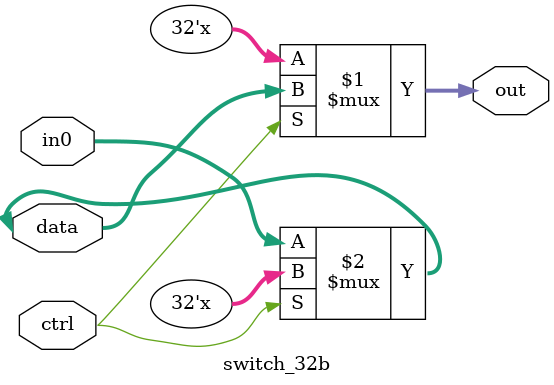
<source format=v>
`timescale 1ns / 1ps

module switch_32b (
    inout  [31:0] data,    // Bidirectional data bus
    input  [31:0] in0,     // Input data
    output [31:0] out,     // Output data
    input         ctrl     // Control signal: 1 for read, 0 for write
);
    // When ctrl is 1 (read), pass data to out
    // When ctrl is 0 (write), high impedance on out
    assign out = ctrl ? data : 32'hz;
    
    // When ctrl is 0 (write), pass in0 to data
    // When ctrl is 1 (read), high impedance on data
    assign data = ctrl ? 32'hz : in0;
endmodule
</source>
